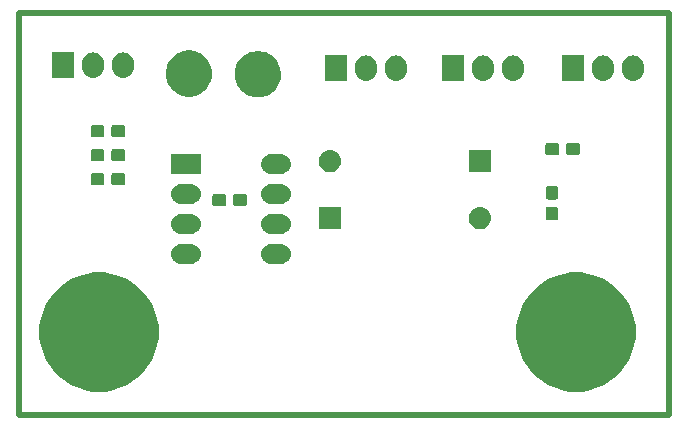
<source format=gbr>
%TF.GenerationSoftware,KiCad,Pcbnew,5.0.2-bee76a0~70~ubuntu18.04.1*%
%TF.CreationDate,2019-07-21T13:21:52-06:00*%
%TF.ProjectId,MX+ Distortion Pedal,4d582b20-4469-4737-946f-7274696f6e20,rev?*%
%TF.SameCoordinates,Original*%
%TF.FileFunction,Soldermask,Bot*%
%TF.FilePolarity,Negative*%
%FSLAX46Y46*%
G04 Gerber Fmt 4.6, Leading zero omitted, Abs format (unit mm)*
G04 Created by KiCad (PCBNEW 5.0.2-bee76a0~70~ubuntu18.04.1) date Sun 21 Jul 2019 01:21:52 PM MDT*
%MOMM*%
%LPD*%
G01*
G04 APERTURE LIST*
%ADD10C,0.500000*%
%ADD11C,0.100000*%
G04 APERTURE END LIST*
D10*
X40000000Y-70000000D02*
X95000000Y-70000000D01*
X95000000Y-36000000D02*
X95000000Y-70000000D01*
X40000000Y-36000000D02*
X40000000Y-70000000D01*
X40000000Y-36000000D02*
X95000000Y-36000000D01*
D11*
G36*
X88107401Y-58038054D02*
X88595322Y-58135107D01*
X89514546Y-58515862D01*
X90341825Y-59068632D01*
X91045368Y-59772175D01*
X91598138Y-60599454D01*
X91978893Y-61518678D01*
X92173000Y-62494520D01*
X92173000Y-63489480D01*
X91978893Y-64465322D01*
X91598138Y-65384546D01*
X91045368Y-66211825D01*
X90341825Y-66915368D01*
X89514546Y-67468138D01*
X88595322Y-67848893D01*
X88107401Y-67945947D01*
X87619481Y-68043000D01*
X86624519Y-68043000D01*
X86136599Y-67945947D01*
X85648678Y-67848893D01*
X84729454Y-67468138D01*
X83902175Y-66915368D01*
X83198632Y-66211825D01*
X82645862Y-65384546D01*
X82265107Y-64465322D01*
X82071000Y-63489480D01*
X82071000Y-62494520D01*
X82265107Y-61518678D01*
X82645862Y-60599454D01*
X83198632Y-59772175D01*
X83902175Y-59068632D01*
X84729454Y-58515862D01*
X85648678Y-58135107D01*
X86136599Y-58038054D01*
X86624519Y-57941000D01*
X87619481Y-57941000D01*
X88107401Y-58038054D01*
X88107401Y-58038054D01*
G37*
G36*
X47721401Y-58038054D02*
X48209322Y-58135107D01*
X49128546Y-58515862D01*
X49955825Y-59068632D01*
X50659368Y-59772175D01*
X51212138Y-60599454D01*
X51592893Y-61518678D01*
X51787000Y-62494520D01*
X51787000Y-63489480D01*
X51592893Y-64465322D01*
X51212138Y-65384546D01*
X50659368Y-66211825D01*
X49955825Y-66915368D01*
X49128546Y-67468138D01*
X48209322Y-67848893D01*
X47721401Y-67945947D01*
X47233481Y-68043000D01*
X46238519Y-68043000D01*
X45750599Y-67945947D01*
X45262678Y-67848893D01*
X44343454Y-67468138D01*
X43516175Y-66915368D01*
X42812632Y-66211825D01*
X42259862Y-65384546D01*
X41879107Y-64465322D01*
X41685000Y-63489480D01*
X41685000Y-62494520D01*
X41879107Y-61518678D01*
X42259862Y-60599454D01*
X42812632Y-59772175D01*
X43516175Y-59068632D01*
X44343454Y-58515862D01*
X45262678Y-58135107D01*
X45750599Y-58038054D01*
X46238519Y-57941000D01*
X47233481Y-57941000D01*
X47721401Y-58038054D01*
X47721401Y-58038054D01*
G37*
G36*
X62288821Y-55549313D02*
X62288824Y-55549314D01*
X62288825Y-55549314D01*
X62449239Y-55597975D01*
X62449241Y-55597976D01*
X62449244Y-55597977D01*
X62597078Y-55676995D01*
X62726659Y-55783341D01*
X62833005Y-55912922D01*
X62912023Y-56060756D01*
X62960687Y-56221179D01*
X62977117Y-56388000D01*
X62960687Y-56554821D01*
X62912023Y-56715244D01*
X62833005Y-56863078D01*
X62726659Y-56992659D01*
X62597078Y-57099005D01*
X62449244Y-57178023D01*
X62449241Y-57178024D01*
X62449239Y-57178025D01*
X62288825Y-57226686D01*
X62288824Y-57226686D01*
X62288821Y-57226687D01*
X62163804Y-57239000D01*
X61280196Y-57239000D01*
X61155179Y-57226687D01*
X61155176Y-57226686D01*
X61155175Y-57226686D01*
X60994761Y-57178025D01*
X60994759Y-57178024D01*
X60994756Y-57178023D01*
X60846922Y-57099005D01*
X60717341Y-56992659D01*
X60610995Y-56863078D01*
X60531977Y-56715244D01*
X60483313Y-56554821D01*
X60466883Y-56388000D01*
X60483313Y-56221179D01*
X60531977Y-56060756D01*
X60610995Y-55912922D01*
X60717341Y-55783341D01*
X60846922Y-55676995D01*
X60994756Y-55597977D01*
X60994759Y-55597976D01*
X60994761Y-55597975D01*
X61155175Y-55549314D01*
X61155176Y-55549314D01*
X61155179Y-55549313D01*
X61280196Y-55537000D01*
X62163804Y-55537000D01*
X62288821Y-55549313D01*
X62288821Y-55549313D01*
G37*
G36*
X54668821Y-55549313D02*
X54668824Y-55549314D01*
X54668825Y-55549314D01*
X54829239Y-55597975D01*
X54829241Y-55597976D01*
X54829244Y-55597977D01*
X54977078Y-55676995D01*
X55106659Y-55783341D01*
X55213005Y-55912922D01*
X55292023Y-56060756D01*
X55340687Y-56221179D01*
X55357117Y-56388000D01*
X55340687Y-56554821D01*
X55292023Y-56715244D01*
X55213005Y-56863078D01*
X55106659Y-56992659D01*
X54977078Y-57099005D01*
X54829244Y-57178023D01*
X54829241Y-57178024D01*
X54829239Y-57178025D01*
X54668825Y-57226686D01*
X54668824Y-57226686D01*
X54668821Y-57226687D01*
X54543804Y-57239000D01*
X53660196Y-57239000D01*
X53535179Y-57226687D01*
X53535176Y-57226686D01*
X53535175Y-57226686D01*
X53374761Y-57178025D01*
X53374759Y-57178024D01*
X53374756Y-57178023D01*
X53226922Y-57099005D01*
X53097341Y-56992659D01*
X52990995Y-56863078D01*
X52911977Y-56715244D01*
X52863313Y-56554821D01*
X52846883Y-56388000D01*
X52863313Y-56221179D01*
X52911977Y-56060756D01*
X52990995Y-55912922D01*
X53097341Y-55783341D01*
X53226922Y-55676995D01*
X53374756Y-55597977D01*
X53374759Y-55597976D01*
X53374761Y-55597975D01*
X53535175Y-55549314D01*
X53535176Y-55549314D01*
X53535179Y-55549313D01*
X53660196Y-55537000D01*
X54543804Y-55537000D01*
X54668821Y-55549313D01*
X54668821Y-55549313D01*
G37*
G36*
X62288821Y-53009313D02*
X62288824Y-53009314D01*
X62288825Y-53009314D01*
X62449239Y-53057975D01*
X62449241Y-53057976D01*
X62449244Y-53057977D01*
X62597078Y-53136995D01*
X62726659Y-53243341D01*
X62833005Y-53372922D01*
X62912023Y-53520756D01*
X62960687Y-53681179D01*
X62977117Y-53848000D01*
X62960687Y-54014821D01*
X62912023Y-54175244D01*
X62833005Y-54323078D01*
X62726659Y-54452659D01*
X62597078Y-54559005D01*
X62449244Y-54638023D01*
X62449241Y-54638024D01*
X62449239Y-54638025D01*
X62288825Y-54686686D01*
X62288824Y-54686686D01*
X62288821Y-54686687D01*
X62163804Y-54699000D01*
X61280196Y-54699000D01*
X61155179Y-54686687D01*
X61155176Y-54686686D01*
X61155175Y-54686686D01*
X60994761Y-54638025D01*
X60994759Y-54638024D01*
X60994756Y-54638023D01*
X60846922Y-54559005D01*
X60717341Y-54452659D01*
X60610995Y-54323078D01*
X60531977Y-54175244D01*
X60483313Y-54014821D01*
X60466883Y-53848000D01*
X60483313Y-53681179D01*
X60531977Y-53520756D01*
X60610995Y-53372922D01*
X60717341Y-53243341D01*
X60846922Y-53136995D01*
X60994756Y-53057977D01*
X60994759Y-53057976D01*
X60994761Y-53057975D01*
X61155175Y-53009314D01*
X61155176Y-53009314D01*
X61155179Y-53009313D01*
X61280196Y-52997000D01*
X62163804Y-52997000D01*
X62288821Y-53009313D01*
X62288821Y-53009313D01*
G37*
G36*
X54668821Y-53009313D02*
X54668824Y-53009314D01*
X54668825Y-53009314D01*
X54829239Y-53057975D01*
X54829241Y-53057976D01*
X54829244Y-53057977D01*
X54977078Y-53136995D01*
X55106659Y-53243341D01*
X55213005Y-53372922D01*
X55292023Y-53520756D01*
X55340687Y-53681179D01*
X55357117Y-53848000D01*
X55340687Y-54014821D01*
X55292023Y-54175244D01*
X55213005Y-54323078D01*
X55106659Y-54452659D01*
X54977078Y-54559005D01*
X54829244Y-54638023D01*
X54829241Y-54638024D01*
X54829239Y-54638025D01*
X54668825Y-54686686D01*
X54668824Y-54686686D01*
X54668821Y-54686687D01*
X54543804Y-54699000D01*
X53660196Y-54699000D01*
X53535179Y-54686687D01*
X53535176Y-54686686D01*
X53535175Y-54686686D01*
X53374761Y-54638025D01*
X53374759Y-54638024D01*
X53374756Y-54638023D01*
X53226922Y-54559005D01*
X53097341Y-54452659D01*
X52990995Y-54323078D01*
X52911977Y-54175244D01*
X52863313Y-54014821D01*
X52846883Y-53848000D01*
X52863313Y-53681179D01*
X52911977Y-53520756D01*
X52990995Y-53372922D01*
X53097341Y-53243341D01*
X53226922Y-53136995D01*
X53374756Y-53057977D01*
X53374759Y-53057976D01*
X53374761Y-53057975D01*
X53535175Y-53009314D01*
X53535176Y-53009314D01*
X53535179Y-53009313D01*
X53660196Y-52997000D01*
X54543804Y-52997000D01*
X54668821Y-53009313D01*
X54668821Y-53009313D01*
G37*
G36*
X79180425Y-52402760D02*
X79180428Y-52402761D01*
X79180429Y-52402761D01*
X79359693Y-52457140D01*
X79359695Y-52457141D01*
X79524905Y-52545448D01*
X79669712Y-52664288D01*
X79788552Y-52809095D01*
X79788553Y-52809097D01*
X79876860Y-52974307D01*
X79887479Y-53009313D01*
X79931240Y-53153575D01*
X79949601Y-53340000D01*
X79931240Y-53526425D01*
X79876859Y-53705695D01*
X79788552Y-53870905D01*
X79669712Y-54015712D01*
X79524905Y-54134552D01*
X79524903Y-54134553D01*
X79359693Y-54222860D01*
X79180429Y-54277239D01*
X79180428Y-54277239D01*
X79180425Y-54277240D01*
X79040718Y-54291000D01*
X78947282Y-54291000D01*
X78807575Y-54277240D01*
X78807572Y-54277239D01*
X78807571Y-54277239D01*
X78628307Y-54222860D01*
X78463097Y-54134553D01*
X78463095Y-54134552D01*
X78318288Y-54015712D01*
X78199448Y-53870905D01*
X78111141Y-53705695D01*
X78056760Y-53526425D01*
X78038399Y-53340000D01*
X78056760Y-53153575D01*
X78100521Y-53009313D01*
X78111140Y-52974307D01*
X78199447Y-52809097D01*
X78199448Y-52809095D01*
X78318288Y-52664288D01*
X78463095Y-52545448D01*
X78628305Y-52457141D01*
X78628307Y-52457140D01*
X78807571Y-52402761D01*
X78807572Y-52402761D01*
X78807575Y-52402760D01*
X78947282Y-52389000D01*
X79040718Y-52389000D01*
X79180425Y-52402760D01*
X79180425Y-52402760D01*
G37*
G36*
X67245000Y-54291000D02*
X65343000Y-54291000D01*
X65343000Y-52389000D01*
X67245000Y-52389000D01*
X67245000Y-54291000D01*
X67245000Y-54291000D01*
G37*
G36*
X85454499Y-52373445D02*
X85491993Y-52384819D01*
X85526557Y-52403294D01*
X85556847Y-52428153D01*
X85581706Y-52458443D01*
X85600181Y-52493007D01*
X85611555Y-52530501D01*
X85616000Y-52575638D01*
X85616000Y-53314362D01*
X85611555Y-53359499D01*
X85600181Y-53396993D01*
X85581706Y-53431557D01*
X85556847Y-53461847D01*
X85526557Y-53486706D01*
X85491993Y-53505181D01*
X85454499Y-53516555D01*
X85409362Y-53521000D01*
X84770638Y-53521000D01*
X84725501Y-53516555D01*
X84688007Y-53505181D01*
X84653443Y-53486706D01*
X84623153Y-53461847D01*
X84598294Y-53431557D01*
X84579819Y-53396993D01*
X84568445Y-53359499D01*
X84564000Y-53314362D01*
X84564000Y-52575638D01*
X84568445Y-52530501D01*
X84579819Y-52493007D01*
X84598294Y-52458443D01*
X84623153Y-52428153D01*
X84653443Y-52403294D01*
X84688007Y-52384819D01*
X84725501Y-52373445D01*
X84770638Y-52369000D01*
X85409362Y-52369000D01*
X85454499Y-52373445D01*
X85454499Y-52373445D01*
G37*
G36*
X59088499Y-51294445D02*
X59125993Y-51305819D01*
X59160557Y-51324294D01*
X59190847Y-51349153D01*
X59215706Y-51379443D01*
X59234181Y-51414007D01*
X59245555Y-51451501D01*
X59250000Y-51496638D01*
X59250000Y-52135362D01*
X59245555Y-52180499D01*
X59234181Y-52217993D01*
X59215706Y-52252557D01*
X59190847Y-52282847D01*
X59160557Y-52307706D01*
X59125993Y-52326181D01*
X59088499Y-52337555D01*
X59043362Y-52342000D01*
X58304638Y-52342000D01*
X58259501Y-52337555D01*
X58222007Y-52326181D01*
X58187443Y-52307706D01*
X58157153Y-52282847D01*
X58132294Y-52252557D01*
X58113819Y-52217993D01*
X58102445Y-52180499D01*
X58098000Y-52135362D01*
X58098000Y-51496638D01*
X58102445Y-51451501D01*
X58113819Y-51414007D01*
X58132294Y-51379443D01*
X58157153Y-51349153D01*
X58187443Y-51324294D01*
X58222007Y-51305819D01*
X58259501Y-51294445D01*
X58304638Y-51290000D01*
X59043362Y-51290000D01*
X59088499Y-51294445D01*
X59088499Y-51294445D01*
G37*
G36*
X57338499Y-51294445D02*
X57375993Y-51305819D01*
X57410557Y-51324294D01*
X57440847Y-51349153D01*
X57465706Y-51379443D01*
X57484181Y-51414007D01*
X57495555Y-51451501D01*
X57500000Y-51496638D01*
X57500000Y-52135362D01*
X57495555Y-52180499D01*
X57484181Y-52217993D01*
X57465706Y-52252557D01*
X57440847Y-52282847D01*
X57410557Y-52307706D01*
X57375993Y-52326181D01*
X57338499Y-52337555D01*
X57293362Y-52342000D01*
X56554638Y-52342000D01*
X56509501Y-52337555D01*
X56472007Y-52326181D01*
X56437443Y-52307706D01*
X56407153Y-52282847D01*
X56382294Y-52252557D01*
X56363819Y-52217993D01*
X56352445Y-52180499D01*
X56348000Y-52135362D01*
X56348000Y-51496638D01*
X56352445Y-51451501D01*
X56363819Y-51414007D01*
X56382294Y-51379443D01*
X56407153Y-51349153D01*
X56437443Y-51324294D01*
X56472007Y-51305819D01*
X56509501Y-51294445D01*
X56554638Y-51290000D01*
X57293362Y-51290000D01*
X57338499Y-51294445D01*
X57338499Y-51294445D01*
G37*
G36*
X54668821Y-50469313D02*
X54668824Y-50469314D01*
X54668825Y-50469314D01*
X54829239Y-50517975D01*
X54829241Y-50517976D01*
X54829244Y-50517977D01*
X54977078Y-50596995D01*
X55106659Y-50703341D01*
X55213005Y-50832922D01*
X55292023Y-50980756D01*
X55340687Y-51141179D01*
X55357117Y-51308000D01*
X55340687Y-51474821D01*
X55340686Y-51474824D01*
X55340686Y-51474825D01*
X55300092Y-51608646D01*
X55292023Y-51635244D01*
X55213005Y-51783078D01*
X55106659Y-51912659D01*
X54977078Y-52019005D01*
X54829244Y-52098023D01*
X54829241Y-52098024D01*
X54829239Y-52098025D01*
X54668825Y-52146686D01*
X54668824Y-52146686D01*
X54668821Y-52146687D01*
X54543804Y-52159000D01*
X53660196Y-52159000D01*
X53535179Y-52146687D01*
X53535176Y-52146686D01*
X53535175Y-52146686D01*
X53374761Y-52098025D01*
X53374759Y-52098024D01*
X53374756Y-52098023D01*
X53226922Y-52019005D01*
X53097341Y-51912659D01*
X52990995Y-51783078D01*
X52911977Y-51635244D01*
X52903909Y-51608646D01*
X52863314Y-51474825D01*
X52863314Y-51474824D01*
X52863313Y-51474821D01*
X52846883Y-51308000D01*
X52863313Y-51141179D01*
X52911977Y-50980756D01*
X52990995Y-50832922D01*
X53097341Y-50703341D01*
X53226922Y-50596995D01*
X53374756Y-50517977D01*
X53374759Y-50517976D01*
X53374761Y-50517975D01*
X53535175Y-50469314D01*
X53535176Y-50469314D01*
X53535179Y-50469313D01*
X53660196Y-50457000D01*
X54543804Y-50457000D01*
X54668821Y-50469313D01*
X54668821Y-50469313D01*
G37*
G36*
X62288821Y-50469313D02*
X62288824Y-50469314D01*
X62288825Y-50469314D01*
X62449239Y-50517975D01*
X62449241Y-50517976D01*
X62449244Y-50517977D01*
X62597078Y-50596995D01*
X62726659Y-50703341D01*
X62833005Y-50832922D01*
X62912023Y-50980756D01*
X62960687Y-51141179D01*
X62977117Y-51308000D01*
X62960687Y-51474821D01*
X62960686Y-51474824D01*
X62960686Y-51474825D01*
X62920092Y-51608646D01*
X62912023Y-51635244D01*
X62833005Y-51783078D01*
X62726659Y-51912659D01*
X62597078Y-52019005D01*
X62449244Y-52098023D01*
X62449241Y-52098024D01*
X62449239Y-52098025D01*
X62288825Y-52146686D01*
X62288824Y-52146686D01*
X62288821Y-52146687D01*
X62163804Y-52159000D01*
X61280196Y-52159000D01*
X61155179Y-52146687D01*
X61155176Y-52146686D01*
X61155175Y-52146686D01*
X60994761Y-52098025D01*
X60994759Y-52098024D01*
X60994756Y-52098023D01*
X60846922Y-52019005D01*
X60717341Y-51912659D01*
X60610995Y-51783078D01*
X60531977Y-51635244D01*
X60523909Y-51608646D01*
X60483314Y-51474825D01*
X60483314Y-51474824D01*
X60483313Y-51474821D01*
X60466883Y-51308000D01*
X60483313Y-51141179D01*
X60531977Y-50980756D01*
X60610995Y-50832922D01*
X60717341Y-50703341D01*
X60846922Y-50596995D01*
X60994756Y-50517977D01*
X60994759Y-50517976D01*
X60994761Y-50517975D01*
X61155175Y-50469314D01*
X61155176Y-50469314D01*
X61155179Y-50469313D01*
X61280196Y-50457000D01*
X62163804Y-50457000D01*
X62288821Y-50469313D01*
X62288821Y-50469313D01*
G37*
G36*
X85454499Y-50623445D02*
X85491993Y-50634819D01*
X85526557Y-50653294D01*
X85556847Y-50678153D01*
X85581706Y-50708443D01*
X85600181Y-50743007D01*
X85611555Y-50780501D01*
X85616000Y-50825638D01*
X85616000Y-51564362D01*
X85611555Y-51609499D01*
X85600181Y-51646993D01*
X85581706Y-51681557D01*
X85556847Y-51711847D01*
X85526557Y-51736706D01*
X85491993Y-51755181D01*
X85454499Y-51766555D01*
X85409362Y-51771000D01*
X84770638Y-51771000D01*
X84725501Y-51766555D01*
X84688007Y-51755181D01*
X84653443Y-51736706D01*
X84623153Y-51711847D01*
X84598294Y-51681557D01*
X84579819Y-51646993D01*
X84568445Y-51609499D01*
X84564000Y-51564362D01*
X84564000Y-50825638D01*
X84568445Y-50780501D01*
X84579819Y-50743007D01*
X84598294Y-50708443D01*
X84623153Y-50678153D01*
X84653443Y-50653294D01*
X84688007Y-50634819D01*
X84725501Y-50623445D01*
X84770638Y-50619000D01*
X85409362Y-50619000D01*
X85454499Y-50623445D01*
X85454499Y-50623445D01*
G37*
G36*
X48787499Y-49516445D02*
X48824993Y-49527819D01*
X48859557Y-49546294D01*
X48889847Y-49571153D01*
X48914706Y-49601443D01*
X48933181Y-49636007D01*
X48944555Y-49673501D01*
X48949000Y-49718638D01*
X48949000Y-50357362D01*
X48944555Y-50402499D01*
X48933181Y-50439993D01*
X48914706Y-50474557D01*
X48889847Y-50504847D01*
X48859557Y-50529706D01*
X48824993Y-50548181D01*
X48787499Y-50559555D01*
X48742362Y-50564000D01*
X48003638Y-50564000D01*
X47958501Y-50559555D01*
X47921007Y-50548181D01*
X47886443Y-50529706D01*
X47856153Y-50504847D01*
X47831294Y-50474557D01*
X47812819Y-50439993D01*
X47801445Y-50402499D01*
X47797000Y-50357362D01*
X47797000Y-49718638D01*
X47801445Y-49673501D01*
X47812819Y-49636007D01*
X47831294Y-49601443D01*
X47856153Y-49571153D01*
X47886443Y-49546294D01*
X47921007Y-49527819D01*
X47958501Y-49516445D01*
X48003638Y-49512000D01*
X48742362Y-49512000D01*
X48787499Y-49516445D01*
X48787499Y-49516445D01*
G37*
G36*
X47037499Y-49516445D02*
X47074993Y-49527819D01*
X47109557Y-49546294D01*
X47139847Y-49571153D01*
X47164706Y-49601443D01*
X47183181Y-49636007D01*
X47194555Y-49673501D01*
X47199000Y-49718638D01*
X47199000Y-50357362D01*
X47194555Y-50402499D01*
X47183181Y-50439993D01*
X47164706Y-50474557D01*
X47139847Y-50504847D01*
X47109557Y-50529706D01*
X47074993Y-50548181D01*
X47037499Y-50559555D01*
X46992362Y-50564000D01*
X46253638Y-50564000D01*
X46208501Y-50559555D01*
X46171007Y-50548181D01*
X46136443Y-50529706D01*
X46106153Y-50504847D01*
X46081294Y-50474557D01*
X46062819Y-50439993D01*
X46051445Y-50402499D01*
X46047000Y-50357362D01*
X46047000Y-49718638D01*
X46051445Y-49673501D01*
X46062819Y-49636007D01*
X46081294Y-49601443D01*
X46106153Y-49571153D01*
X46136443Y-49546294D01*
X46171007Y-49527819D01*
X46208501Y-49516445D01*
X46253638Y-49512000D01*
X46992362Y-49512000D01*
X47037499Y-49516445D01*
X47037499Y-49516445D01*
G37*
G36*
X55353000Y-49619000D02*
X52851000Y-49619000D01*
X52851000Y-47917000D01*
X55353000Y-47917000D01*
X55353000Y-49619000D01*
X55353000Y-49619000D01*
G37*
G36*
X62288821Y-47929313D02*
X62288824Y-47929314D01*
X62288825Y-47929314D01*
X62449239Y-47977975D01*
X62449241Y-47977976D01*
X62449244Y-47977977D01*
X62597078Y-48056995D01*
X62726659Y-48163341D01*
X62833005Y-48292922D01*
X62912023Y-48440756D01*
X62912024Y-48440759D01*
X62912025Y-48440761D01*
X62939702Y-48532000D01*
X62960687Y-48601179D01*
X62977117Y-48768000D01*
X62960687Y-48934821D01*
X62960686Y-48934824D01*
X62960686Y-48934825D01*
X62927294Y-49044905D01*
X62912023Y-49095244D01*
X62833005Y-49243078D01*
X62726659Y-49372659D01*
X62597078Y-49479005D01*
X62449244Y-49558023D01*
X62449241Y-49558024D01*
X62449239Y-49558025D01*
X62288825Y-49606686D01*
X62288824Y-49606686D01*
X62288821Y-49606687D01*
X62163804Y-49619000D01*
X61280196Y-49619000D01*
X61155179Y-49606687D01*
X61155176Y-49606686D01*
X61155175Y-49606686D01*
X60994761Y-49558025D01*
X60994759Y-49558024D01*
X60994756Y-49558023D01*
X60846922Y-49479005D01*
X60717341Y-49372659D01*
X60610995Y-49243078D01*
X60531977Y-49095244D01*
X60516707Y-49044905D01*
X60483314Y-48934825D01*
X60483314Y-48934824D01*
X60483313Y-48934821D01*
X60466883Y-48768000D01*
X60483313Y-48601179D01*
X60504298Y-48532000D01*
X60531975Y-48440761D01*
X60531976Y-48440759D01*
X60531977Y-48440756D01*
X60610995Y-48292922D01*
X60717341Y-48163341D01*
X60846922Y-48056995D01*
X60994756Y-47977977D01*
X60994759Y-47977976D01*
X60994761Y-47977975D01*
X61155175Y-47929314D01*
X61155176Y-47929314D01*
X61155179Y-47929313D01*
X61280196Y-47917000D01*
X62163804Y-47917000D01*
X62288821Y-47929313D01*
X62288821Y-47929313D01*
G37*
G36*
X79945000Y-49465000D02*
X78043000Y-49465000D01*
X78043000Y-47563000D01*
X79945000Y-47563000D01*
X79945000Y-49465000D01*
X79945000Y-49465000D01*
G37*
G36*
X66480425Y-47576760D02*
X66480428Y-47576761D01*
X66480429Y-47576761D01*
X66659693Y-47631140D01*
X66659695Y-47631141D01*
X66824905Y-47719448D01*
X66969712Y-47838288D01*
X67088552Y-47983095D01*
X67128053Y-48056996D01*
X67176860Y-48148307D01*
X67220728Y-48292922D01*
X67231240Y-48327575D01*
X67249601Y-48514000D01*
X67231240Y-48700425D01*
X67231239Y-48700428D01*
X67231239Y-48700429D01*
X67210742Y-48768000D01*
X67176859Y-48879695D01*
X67088552Y-49044905D01*
X66969712Y-49189712D01*
X66824905Y-49308552D01*
X66824903Y-49308553D01*
X66659693Y-49396860D01*
X66480429Y-49451239D01*
X66480428Y-49451239D01*
X66480425Y-49451240D01*
X66340718Y-49465000D01*
X66247282Y-49465000D01*
X66107575Y-49451240D01*
X66107572Y-49451239D01*
X66107571Y-49451239D01*
X65928307Y-49396860D01*
X65763097Y-49308553D01*
X65763095Y-49308552D01*
X65618288Y-49189712D01*
X65499448Y-49044905D01*
X65411141Y-48879695D01*
X65377259Y-48768000D01*
X65356761Y-48700429D01*
X65356761Y-48700428D01*
X65356760Y-48700425D01*
X65338399Y-48514000D01*
X65356760Y-48327575D01*
X65367272Y-48292922D01*
X65411140Y-48148307D01*
X65459947Y-48056996D01*
X65499448Y-47983095D01*
X65618288Y-47838288D01*
X65763095Y-47719448D01*
X65928305Y-47631141D01*
X65928307Y-47631140D01*
X66107571Y-47576761D01*
X66107572Y-47576761D01*
X66107575Y-47576760D01*
X66247282Y-47563000D01*
X66340718Y-47563000D01*
X66480425Y-47576760D01*
X66480425Y-47576760D01*
G37*
G36*
X48787499Y-47484445D02*
X48824993Y-47495819D01*
X48859557Y-47514294D01*
X48889847Y-47539153D01*
X48914706Y-47569443D01*
X48933181Y-47604007D01*
X48944555Y-47641501D01*
X48949000Y-47686638D01*
X48949000Y-48325362D01*
X48944555Y-48370499D01*
X48933181Y-48407993D01*
X48914706Y-48442557D01*
X48889847Y-48472847D01*
X48859557Y-48497706D01*
X48824993Y-48516181D01*
X48787499Y-48527555D01*
X48742362Y-48532000D01*
X48003638Y-48532000D01*
X47958501Y-48527555D01*
X47921007Y-48516181D01*
X47886443Y-48497706D01*
X47856153Y-48472847D01*
X47831294Y-48442557D01*
X47812819Y-48407993D01*
X47801445Y-48370499D01*
X47797000Y-48325362D01*
X47797000Y-47686638D01*
X47801445Y-47641501D01*
X47812819Y-47604007D01*
X47831294Y-47569443D01*
X47856153Y-47539153D01*
X47886443Y-47514294D01*
X47921007Y-47495819D01*
X47958501Y-47484445D01*
X48003638Y-47480000D01*
X48742362Y-47480000D01*
X48787499Y-47484445D01*
X48787499Y-47484445D01*
G37*
G36*
X47037499Y-47484445D02*
X47074993Y-47495819D01*
X47109557Y-47514294D01*
X47139847Y-47539153D01*
X47164706Y-47569443D01*
X47183181Y-47604007D01*
X47194555Y-47641501D01*
X47199000Y-47686638D01*
X47199000Y-48325362D01*
X47194555Y-48370499D01*
X47183181Y-48407993D01*
X47164706Y-48442557D01*
X47139847Y-48472847D01*
X47109557Y-48497706D01*
X47074993Y-48516181D01*
X47037499Y-48527555D01*
X46992362Y-48532000D01*
X46253638Y-48532000D01*
X46208501Y-48527555D01*
X46171007Y-48516181D01*
X46136443Y-48497706D01*
X46106153Y-48472847D01*
X46081294Y-48442557D01*
X46062819Y-48407993D01*
X46051445Y-48370499D01*
X46047000Y-48325362D01*
X46047000Y-47686638D01*
X46051445Y-47641501D01*
X46062819Y-47604007D01*
X46081294Y-47569443D01*
X46106153Y-47539153D01*
X46136443Y-47514294D01*
X46171007Y-47495819D01*
X46208501Y-47484445D01*
X46253638Y-47480000D01*
X46992362Y-47480000D01*
X47037499Y-47484445D01*
X47037499Y-47484445D01*
G37*
G36*
X87282499Y-46976445D02*
X87319993Y-46987819D01*
X87354557Y-47006294D01*
X87384847Y-47031153D01*
X87409706Y-47061443D01*
X87428181Y-47096007D01*
X87439555Y-47133501D01*
X87444000Y-47178638D01*
X87444000Y-47817362D01*
X87439555Y-47862499D01*
X87428181Y-47899993D01*
X87409706Y-47934557D01*
X87384847Y-47964847D01*
X87354557Y-47989706D01*
X87319993Y-48008181D01*
X87282499Y-48019555D01*
X87237362Y-48024000D01*
X86498638Y-48024000D01*
X86453501Y-48019555D01*
X86416007Y-48008181D01*
X86381443Y-47989706D01*
X86351153Y-47964847D01*
X86326294Y-47934557D01*
X86307819Y-47899993D01*
X86296445Y-47862499D01*
X86292000Y-47817362D01*
X86292000Y-47178638D01*
X86296445Y-47133501D01*
X86307819Y-47096007D01*
X86326294Y-47061443D01*
X86351153Y-47031153D01*
X86381443Y-47006294D01*
X86416007Y-46987819D01*
X86453501Y-46976445D01*
X86498638Y-46972000D01*
X87237362Y-46972000D01*
X87282499Y-46976445D01*
X87282499Y-46976445D01*
G37*
G36*
X85532499Y-46976445D02*
X85569993Y-46987819D01*
X85604557Y-47006294D01*
X85634847Y-47031153D01*
X85659706Y-47061443D01*
X85678181Y-47096007D01*
X85689555Y-47133501D01*
X85694000Y-47178638D01*
X85694000Y-47817362D01*
X85689555Y-47862499D01*
X85678181Y-47899993D01*
X85659706Y-47934557D01*
X85634847Y-47964847D01*
X85604557Y-47989706D01*
X85569993Y-48008181D01*
X85532499Y-48019555D01*
X85487362Y-48024000D01*
X84748638Y-48024000D01*
X84703501Y-48019555D01*
X84666007Y-48008181D01*
X84631443Y-47989706D01*
X84601153Y-47964847D01*
X84576294Y-47934557D01*
X84557819Y-47899993D01*
X84546445Y-47862499D01*
X84542000Y-47817362D01*
X84542000Y-47178638D01*
X84546445Y-47133501D01*
X84557819Y-47096007D01*
X84576294Y-47061443D01*
X84601153Y-47031153D01*
X84631443Y-47006294D01*
X84666007Y-46987819D01*
X84703501Y-46976445D01*
X84748638Y-46972000D01*
X85487362Y-46972000D01*
X85532499Y-46976445D01*
X85532499Y-46976445D01*
G37*
G36*
X48787499Y-45452445D02*
X48824993Y-45463819D01*
X48859557Y-45482294D01*
X48889847Y-45507153D01*
X48914706Y-45537443D01*
X48933181Y-45572007D01*
X48944555Y-45609501D01*
X48949000Y-45654638D01*
X48949000Y-46293362D01*
X48944555Y-46338499D01*
X48933181Y-46375993D01*
X48914706Y-46410557D01*
X48889847Y-46440847D01*
X48859557Y-46465706D01*
X48824993Y-46484181D01*
X48787499Y-46495555D01*
X48742362Y-46500000D01*
X48003638Y-46500000D01*
X47958501Y-46495555D01*
X47921007Y-46484181D01*
X47886443Y-46465706D01*
X47856153Y-46440847D01*
X47831294Y-46410557D01*
X47812819Y-46375993D01*
X47801445Y-46338499D01*
X47797000Y-46293362D01*
X47797000Y-45654638D01*
X47801445Y-45609501D01*
X47812819Y-45572007D01*
X47831294Y-45537443D01*
X47856153Y-45507153D01*
X47886443Y-45482294D01*
X47921007Y-45463819D01*
X47958501Y-45452445D01*
X48003638Y-45448000D01*
X48742362Y-45448000D01*
X48787499Y-45452445D01*
X48787499Y-45452445D01*
G37*
G36*
X47037499Y-45452445D02*
X47074993Y-45463819D01*
X47109557Y-45482294D01*
X47139847Y-45507153D01*
X47164706Y-45537443D01*
X47183181Y-45572007D01*
X47194555Y-45609501D01*
X47199000Y-45654638D01*
X47199000Y-46293362D01*
X47194555Y-46338499D01*
X47183181Y-46375993D01*
X47164706Y-46410557D01*
X47139847Y-46440847D01*
X47109557Y-46465706D01*
X47074993Y-46484181D01*
X47037499Y-46495555D01*
X46992362Y-46500000D01*
X46253638Y-46500000D01*
X46208501Y-46495555D01*
X46171007Y-46484181D01*
X46136443Y-46465706D01*
X46106153Y-46440847D01*
X46081294Y-46410557D01*
X46062819Y-46375993D01*
X46051445Y-46338499D01*
X46047000Y-46293362D01*
X46047000Y-45654638D01*
X46051445Y-45609501D01*
X46062819Y-45572007D01*
X46081294Y-45537443D01*
X46106153Y-45507153D01*
X46136443Y-45482294D01*
X46171007Y-45463819D01*
X46208501Y-45452445D01*
X46253638Y-45448000D01*
X46992362Y-45448000D01*
X47037499Y-45452445D01*
X47037499Y-45452445D01*
G37*
G36*
X60642579Y-39242112D02*
X60768544Y-39267168D01*
X60896091Y-39320000D01*
X61124512Y-39414615D01*
X61444880Y-39628678D01*
X61717322Y-39901120D01*
X61931385Y-40221488D01*
X62017757Y-40430009D01*
X62078832Y-40577456D01*
X62103888Y-40703421D01*
X62154000Y-40955349D01*
X62154000Y-41340651D01*
X62111301Y-41555311D01*
X62080446Y-41710432D01*
X62078832Y-41718543D01*
X61931385Y-42074512D01*
X61717322Y-42394880D01*
X61444880Y-42667322D01*
X61124512Y-42881385D01*
X60915991Y-42967757D01*
X60768544Y-43028832D01*
X60646038Y-43053200D01*
X60390651Y-43104000D01*
X60005349Y-43104000D01*
X59749962Y-43053200D01*
X59627456Y-43028832D01*
X59480009Y-42967757D01*
X59271488Y-42881385D01*
X58951120Y-42667322D01*
X58678678Y-42394880D01*
X58464615Y-42074512D01*
X58317168Y-41718543D01*
X58315555Y-41710432D01*
X58284699Y-41555311D01*
X58242000Y-41340651D01*
X58242000Y-40955349D01*
X58292112Y-40703421D01*
X58317168Y-40577456D01*
X58378243Y-40430009D01*
X58464615Y-40221488D01*
X58678678Y-39901120D01*
X58951120Y-39628678D01*
X59271488Y-39414615D01*
X59499909Y-39320000D01*
X59627456Y-39267168D01*
X59753421Y-39242112D01*
X60005349Y-39192000D01*
X60390651Y-39192000D01*
X60642579Y-39242112D01*
X60642579Y-39242112D01*
G37*
G36*
X54800579Y-39191312D02*
X54926544Y-39216368D01*
X55049185Y-39267168D01*
X55282512Y-39363815D01*
X55602880Y-39577878D01*
X55875322Y-39850320D01*
X56089385Y-40170688D01*
X56175757Y-40379209D01*
X56203013Y-40445009D01*
X56236832Y-40526657D01*
X56312000Y-40904549D01*
X56312000Y-41289851D01*
X56281965Y-41440844D01*
X56236832Y-41667744D01*
X56219150Y-41710431D01*
X56089385Y-42023712D01*
X55875322Y-42344080D01*
X55602880Y-42616522D01*
X55282512Y-42830585D01*
X55073991Y-42916957D01*
X54926544Y-42978032D01*
X54800579Y-43003088D01*
X54548651Y-43053200D01*
X54163349Y-43053200D01*
X53911421Y-43003088D01*
X53785456Y-42978032D01*
X53638009Y-42916957D01*
X53429488Y-42830585D01*
X53109120Y-42616522D01*
X52836678Y-42344080D01*
X52622615Y-42023712D01*
X52492850Y-41710431D01*
X52475168Y-41667744D01*
X52430035Y-41440844D01*
X52400000Y-41289851D01*
X52400000Y-40904549D01*
X52475168Y-40526657D01*
X52508988Y-40445009D01*
X52536243Y-40379209D01*
X52622615Y-40170688D01*
X52836678Y-39850320D01*
X53109120Y-39577878D01*
X53429488Y-39363815D01*
X53662815Y-39267168D01*
X53785456Y-39216368D01*
X53911421Y-39191312D01*
X54163349Y-39141200D01*
X54548651Y-39141200D01*
X54800579Y-39191312D01*
X54800579Y-39191312D01*
G37*
G36*
X81938017Y-39584344D02*
X81967568Y-39587254D01*
X82104116Y-39628676D01*
X82140233Y-39639632D01*
X82299364Y-39724689D01*
X82438844Y-39839156D01*
X82553311Y-39978635D01*
X82638368Y-40137766D01*
X82663765Y-40221488D01*
X82690746Y-40310431D01*
X82690746Y-40310433D01*
X82704000Y-40445002D01*
X82704000Y-40834997D01*
X82697149Y-40904551D01*
X82690746Y-40969568D01*
X82667146Y-41047365D01*
X82638368Y-41142234D01*
X82553311Y-41301365D01*
X82438844Y-41440844D01*
X82299365Y-41555311D01*
X82140234Y-41640368D01*
X82053901Y-41666557D01*
X81967569Y-41692746D01*
X81938018Y-41695656D01*
X81788000Y-41710432D01*
X81637983Y-41695656D01*
X81608432Y-41692746D01*
X81522100Y-41666557D01*
X81435767Y-41640368D01*
X81276636Y-41555311D01*
X81137157Y-41440844D01*
X81022689Y-41301365D01*
X80937632Y-41142234D01*
X80908853Y-41047364D01*
X80885254Y-40969569D01*
X80881941Y-40935925D01*
X80872000Y-40834998D01*
X80872000Y-40445003D01*
X80885254Y-40310434D01*
X80885254Y-40310432D01*
X80937632Y-40137767D01*
X81022689Y-39978636D01*
X81022690Y-39978635D01*
X81137156Y-39839156D01*
X81276635Y-39724689D01*
X81435766Y-39639632D01*
X81522100Y-39613443D01*
X81608431Y-39587254D01*
X81637982Y-39584344D01*
X81788000Y-39569568D01*
X81938017Y-39584344D01*
X81938017Y-39584344D01*
G37*
G36*
X72032017Y-39584344D02*
X72061568Y-39587254D01*
X72198116Y-39628676D01*
X72234233Y-39639632D01*
X72393364Y-39724689D01*
X72532844Y-39839156D01*
X72647311Y-39978635D01*
X72732368Y-40137766D01*
X72757765Y-40221488D01*
X72784746Y-40310431D01*
X72784746Y-40310433D01*
X72798000Y-40445002D01*
X72798000Y-40834997D01*
X72791149Y-40904551D01*
X72784746Y-40969568D01*
X72761146Y-41047365D01*
X72732368Y-41142234D01*
X72647311Y-41301365D01*
X72532844Y-41440844D01*
X72393365Y-41555311D01*
X72234234Y-41640368D01*
X72147901Y-41666557D01*
X72061569Y-41692746D01*
X72032018Y-41695656D01*
X71882000Y-41710432D01*
X71731983Y-41695656D01*
X71702432Y-41692746D01*
X71616100Y-41666557D01*
X71529767Y-41640368D01*
X71370636Y-41555311D01*
X71231157Y-41440844D01*
X71116689Y-41301365D01*
X71031632Y-41142234D01*
X71002853Y-41047364D01*
X70979254Y-40969569D01*
X70975941Y-40935925D01*
X70966000Y-40834998D01*
X70966000Y-40445003D01*
X70979254Y-40310434D01*
X70979254Y-40310432D01*
X71031632Y-40137767D01*
X71116689Y-39978636D01*
X71116690Y-39978635D01*
X71231156Y-39839156D01*
X71370635Y-39724689D01*
X71529766Y-39639632D01*
X71616100Y-39613443D01*
X71702431Y-39587254D01*
X71731982Y-39584344D01*
X71882000Y-39569568D01*
X72032017Y-39584344D01*
X72032017Y-39584344D01*
G37*
G36*
X69492017Y-39584344D02*
X69521568Y-39587254D01*
X69658116Y-39628676D01*
X69694233Y-39639632D01*
X69853364Y-39724689D01*
X69992844Y-39839156D01*
X70107311Y-39978635D01*
X70192368Y-40137766D01*
X70217765Y-40221488D01*
X70244746Y-40310431D01*
X70244746Y-40310433D01*
X70258000Y-40445002D01*
X70258000Y-40834997D01*
X70251149Y-40904551D01*
X70244746Y-40969568D01*
X70221146Y-41047365D01*
X70192368Y-41142234D01*
X70107311Y-41301365D01*
X69992844Y-41440844D01*
X69853365Y-41555311D01*
X69694234Y-41640368D01*
X69607901Y-41666557D01*
X69521569Y-41692746D01*
X69492018Y-41695656D01*
X69342000Y-41710432D01*
X69191983Y-41695656D01*
X69162432Y-41692746D01*
X69076100Y-41666557D01*
X68989767Y-41640368D01*
X68830636Y-41555311D01*
X68691157Y-41440844D01*
X68576689Y-41301365D01*
X68491632Y-41142234D01*
X68462853Y-41047364D01*
X68439254Y-40969569D01*
X68435941Y-40935925D01*
X68426000Y-40834998D01*
X68426000Y-40445003D01*
X68439254Y-40310434D01*
X68439254Y-40310432D01*
X68491632Y-40137767D01*
X68576689Y-39978636D01*
X68576690Y-39978635D01*
X68691156Y-39839156D01*
X68830635Y-39724689D01*
X68989766Y-39639632D01*
X69076100Y-39613443D01*
X69162431Y-39587254D01*
X69191982Y-39584344D01*
X69342000Y-39569568D01*
X69492017Y-39584344D01*
X69492017Y-39584344D01*
G37*
G36*
X79398017Y-39584344D02*
X79427568Y-39587254D01*
X79564116Y-39628676D01*
X79600233Y-39639632D01*
X79759364Y-39724689D01*
X79898844Y-39839156D01*
X80013311Y-39978635D01*
X80098368Y-40137766D01*
X80123765Y-40221488D01*
X80150746Y-40310431D01*
X80150746Y-40310433D01*
X80164000Y-40445002D01*
X80164000Y-40834997D01*
X80157149Y-40904551D01*
X80150746Y-40969568D01*
X80127146Y-41047365D01*
X80098368Y-41142234D01*
X80013311Y-41301365D01*
X79898844Y-41440844D01*
X79759365Y-41555311D01*
X79600234Y-41640368D01*
X79513901Y-41666557D01*
X79427569Y-41692746D01*
X79398018Y-41695656D01*
X79248000Y-41710432D01*
X79097983Y-41695656D01*
X79068432Y-41692746D01*
X78982100Y-41666557D01*
X78895767Y-41640368D01*
X78736636Y-41555311D01*
X78597157Y-41440844D01*
X78482689Y-41301365D01*
X78397632Y-41142234D01*
X78368853Y-41047364D01*
X78345254Y-40969569D01*
X78341941Y-40935925D01*
X78332000Y-40834998D01*
X78332000Y-40445003D01*
X78345254Y-40310434D01*
X78345254Y-40310432D01*
X78397632Y-40137767D01*
X78482689Y-39978636D01*
X78482690Y-39978635D01*
X78597156Y-39839156D01*
X78736635Y-39724689D01*
X78895766Y-39639632D01*
X78982100Y-39613443D01*
X79068431Y-39587254D01*
X79097982Y-39584344D01*
X79248000Y-39569568D01*
X79398017Y-39584344D01*
X79398017Y-39584344D01*
G37*
G36*
X89558017Y-39584344D02*
X89587568Y-39587254D01*
X89724116Y-39628676D01*
X89760233Y-39639632D01*
X89919364Y-39724689D01*
X90058844Y-39839156D01*
X90173311Y-39978635D01*
X90258368Y-40137766D01*
X90283765Y-40221488D01*
X90310746Y-40310431D01*
X90310746Y-40310433D01*
X90324000Y-40445002D01*
X90324000Y-40834997D01*
X90317149Y-40904551D01*
X90310746Y-40969568D01*
X90287146Y-41047365D01*
X90258368Y-41142234D01*
X90173311Y-41301365D01*
X90058844Y-41440844D01*
X89919365Y-41555311D01*
X89760234Y-41640368D01*
X89673901Y-41666557D01*
X89587569Y-41692746D01*
X89558018Y-41695656D01*
X89408000Y-41710432D01*
X89257983Y-41695656D01*
X89228432Y-41692746D01*
X89142100Y-41666557D01*
X89055767Y-41640368D01*
X88896636Y-41555311D01*
X88757157Y-41440844D01*
X88642689Y-41301365D01*
X88557632Y-41142234D01*
X88528853Y-41047364D01*
X88505254Y-40969569D01*
X88501941Y-40935925D01*
X88492000Y-40834998D01*
X88492000Y-40445003D01*
X88505254Y-40310434D01*
X88505254Y-40310432D01*
X88557632Y-40137767D01*
X88642689Y-39978636D01*
X88642690Y-39978635D01*
X88757156Y-39839156D01*
X88896635Y-39724689D01*
X89055766Y-39639632D01*
X89142100Y-39613443D01*
X89228431Y-39587254D01*
X89257982Y-39584344D01*
X89408000Y-39569568D01*
X89558017Y-39584344D01*
X89558017Y-39584344D01*
G37*
G36*
X92098017Y-39584344D02*
X92127568Y-39587254D01*
X92264116Y-39628676D01*
X92300233Y-39639632D01*
X92459364Y-39724689D01*
X92598844Y-39839156D01*
X92713311Y-39978635D01*
X92798368Y-40137766D01*
X92823765Y-40221488D01*
X92850746Y-40310431D01*
X92850746Y-40310433D01*
X92864000Y-40445002D01*
X92864000Y-40834997D01*
X92857149Y-40904551D01*
X92850746Y-40969568D01*
X92827146Y-41047365D01*
X92798368Y-41142234D01*
X92713311Y-41301365D01*
X92598844Y-41440844D01*
X92459365Y-41555311D01*
X92300234Y-41640368D01*
X92213901Y-41666557D01*
X92127569Y-41692746D01*
X92098018Y-41695656D01*
X91948000Y-41710432D01*
X91797983Y-41695656D01*
X91768432Y-41692746D01*
X91682100Y-41666557D01*
X91595767Y-41640368D01*
X91436636Y-41555311D01*
X91297157Y-41440844D01*
X91182689Y-41301365D01*
X91097632Y-41142234D01*
X91068853Y-41047364D01*
X91045254Y-40969569D01*
X91041941Y-40935925D01*
X91032000Y-40834998D01*
X91032000Y-40445003D01*
X91045254Y-40310434D01*
X91045254Y-40310432D01*
X91097632Y-40137767D01*
X91182689Y-39978636D01*
X91182690Y-39978635D01*
X91297156Y-39839156D01*
X91436635Y-39724689D01*
X91595766Y-39639632D01*
X91682100Y-39613443D01*
X91768431Y-39587254D01*
X91797982Y-39584344D01*
X91948000Y-39569568D01*
X92098017Y-39584344D01*
X92098017Y-39584344D01*
G37*
G36*
X67718000Y-41706000D02*
X65886000Y-41706000D01*
X65886000Y-39574000D01*
X67718000Y-39574000D01*
X67718000Y-41706000D01*
X67718000Y-41706000D01*
G37*
G36*
X77624000Y-41706000D02*
X75792000Y-41706000D01*
X75792000Y-39574000D01*
X77624000Y-39574000D01*
X77624000Y-41706000D01*
X77624000Y-41706000D01*
G37*
G36*
X87784000Y-41706000D02*
X85952000Y-41706000D01*
X85952000Y-39574000D01*
X87784000Y-39574000D01*
X87784000Y-41706000D01*
X87784000Y-41706000D01*
G37*
G36*
X46378017Y-39330344D02*
X46407568Y-39333254D01*
X46580233Y-39385632D01*
X46739364Y-39470689D01*
X46878844Y-39585156D01*
X46993311Y-39724635D01*
X47078368Y-39883766D01*
X47083632Y-39901120D01*
X47130746Y-40056431D01*
X47130746Y-40056433D01*
X47144000Y-40191002D01*
X47144000Y-40580997D01*
X47134059Y-40681924D01*
X47130746Y-40715568D01*
X47095827Y-40830678D01*
X47078368Y-40888234D01*
X46993311Y-41047365D01*
X46878844Y-41186844D01*
X46739365Y-41301311D01*
X46580234Y-41386368D01*
X46493901Y-41412557D01*
X46407569Y-41438746D01*
X46386266Y-41440844D01*
X46228000Y-41456432D01*
X46077983Y-41441656D01*
X46048432Y-41438746D01*
X45962100Y-41412557D01*
X45875767Y-41386368D01*
X45716636Y-41301311D01*
X45577157Y-41186844D01*
X45462689Y-41047365D01*
X45377632Y-40888234D01*
X45351443Y-40801901D01*
X45325254Y-40715569D01*
X45321940Y-40681925D01*
X45312000Y-40580998D01*
X45312000Y-40191003D01*
X45325254Y-40056434D01*
X45325254Y-40056432D01*
X45377632Y-39883767D01*
X45462689Y-39724636D01*
X45462690Y-39724635D01*
X45577156Y-39585156D01*
X45716635Y-39470689D01*
X45875766Y-39385632D01*
X45962100Y-39359443D01*
X46048431Y-39333254D01*
X46077982Y-39330344D01*
X46228000Y-39315568D01*
X46378017Y-39330344D01*
X46378017Y-39330344D01*
G37*
G36*
X48918017Y-39330344D02*
X48947568Y-39333254D01*
X49120233Y-39385632D01*
X49279364Y-39470689D01*
X49418844Y-39585156D01*
X49533311Y-39724635D01*
X49618368Y-39883766D01*
X49623632Y-39901120D01*
X49670746Y-40056431D01*
X49670746Y-40056433D01*
X49684000Y-40191002D01*
X49684000Y-40580997D01*
X49674059Y-40681924D01*
X49670746Y-40715568D01*
X49635827Y-40830678D01*
X49618368Y-40888234D01*
X49533311Y-41047365D01*
X49418844Y-41186844D01*
X49279365Y-41301311D01*
X49120234Y-41386368D01*
X49033901Y-41412557D01*
X48947569Y-41438746D01*
X48926266Y-41440844D01*
X48768000Y-41456432D01*
X48617983Y-41441656D01*
X48588432Y-41438746D01*
X48502100Y-41412557D01*
X48415767Y-41386368D01*
X48256636Y-41301311D01*
X48117157Y-41186844D01*
X48002689Y-41047365D01*
X47917632Y-40888234D01*
X47891443Y-40801901D01*
X47865254Y-40715569D01*
X47861940Y-40681925D01*
X47852000Y-40580998D01*
X47852000Y-40191003D01*
X47865254Y-40056434D01*
X47865254Y-40056432D01*
X47917632Y-39883767D01*
X48002689Y-39724636D01*
X48002690Y-39724635D01*
X48117156Y-39585156D01*
X48256635Y-39470689D01*
X48415766Y-39385632D01*
X48502100Y-39359443D01*
X48588431Y-39333254D01*
X48617982Y-39330344D01*
X48768000Y-39315568D01*
X48918017Y-39330344D01*
X48918017Y-39330344D01*
G37*
G36*
X44604000Y-41452000D02*
X42772000Y-41452000D01*
X42772000Y-39320000D01*
X44604000Y-39320000D01*
X44604000Y-41452000D01*
X44604000Y-41452000D01*
G37*
M02*

</source>
